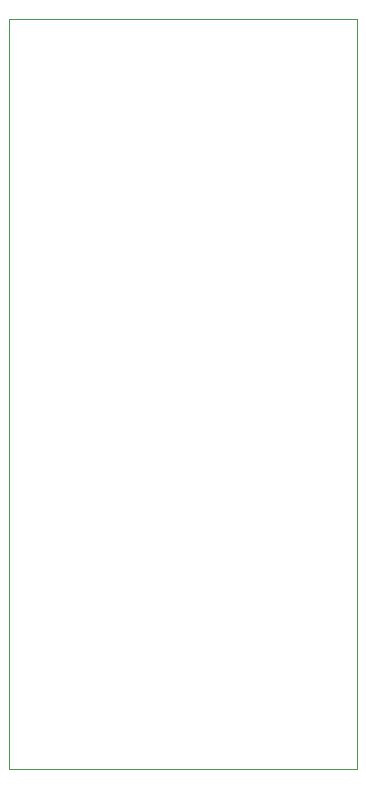
<source format=gbr>
G04 #@! TF.GenerationSoftware,KiCad,Pcbnew,(5.1.5)-3*
G04 #@! TF.CreationDate,2020-07-08T16:59:20-04:00*
G04 #@! TF.ProjectId,VFD Level Translator,56464420-4c65-4766-956c-205472616e73,rev?*
G04 #@! TF.SameCoordinates,Original*
G04 #@! TF.FileFunction,Profile,NP*
%FSLAX46Y46*%
G04 Gerber Fmt 4.6, Leading zero omitted, Abs format (unit mm)*
G04 Created by KiCad (PCBNEW (5.1.5)-3) date 2020-07-08 16:59:20*
%MOMM*%
%LPD*%
G04 APERTURE LIST*
%ADD10C,0.050000*%
G04 APERTURE END LIST*
D10*
X117348000Y-98552000D02*
X117348000Y-35052000D01*
X146812000Y-98552000D02*
X117348000Y-98552000D01*
X146812000Y-35052000D02*
X146812000Y-98552000D01*
X117348000Y-35052000D02*
X146812000Y-35052000D01*
M02*

</source>
